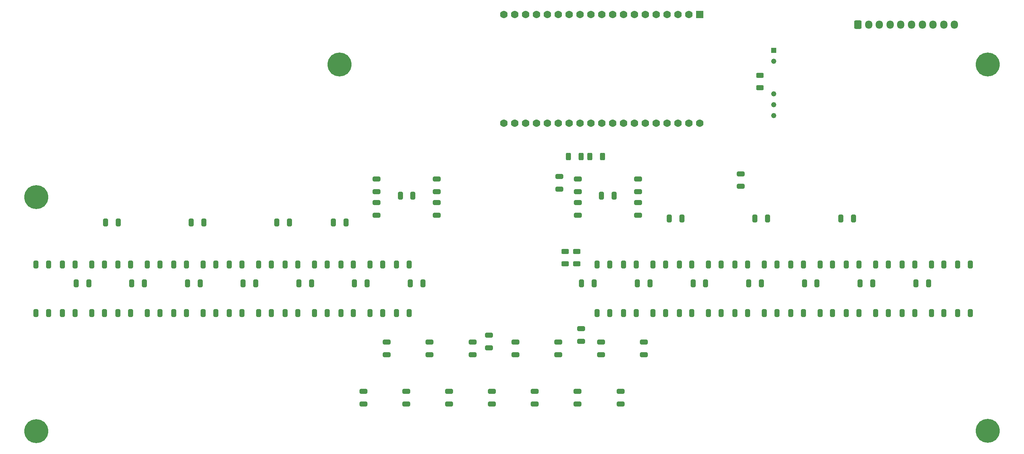
<source format=gbr>
%TF.GenerationSoftware,KiCad,Pcbnew,7.0.2*%
%TF.CreationDate,2023-11-16T12:36:53+05:30*%
%TF.ProjectId,OHM3000_V1.1_ESP,4f484d33-3030-4305-9f56-312e315f4553,rev?*%
%TF.SameCoordinates,Original*%
%TF.FileFunction,Soldermask,Bot*%
%TF.FilePolarity,Negative*%
%FSLAX46Y46*%
G04 Gerber Fmt 4.6, Leading zero omitted, Abs format (unit mm)*
G04 Created by KiCad (PCBNEW 7.0.2) date 2023-11-16 12:36:53*
%MOMM*%
%LPD*%
G01*
G04 APERTURE LIST*
G04 Aperture macros list*
%AMRoundRect*
0 Rectangle with rounded corners*
0 $1 Rounding radius*
0 $2 $3 $4 $5 $6 $7 $8 $9 X,Y pos of 4 corners*
0 Add a 4 corners polygon primitive as box body*
4,1,4,$2,$3,$4,$5,$6,$7,$8,$9,$2,$3,0*
0 Add four circle primitives for the rounded corners*
1,1,$1+$1,$2,$3*
1,1,$1+$1,$4,$5*
1,1,$1+$1,$6,$7*
1,1,$1+$1,$8,$9*
0 Add four rect primitives between the rounded corners*
20,1,$1+$1,$2,$3,$4,$5,0*
20,1,$1+$1,$4,$5,$6,$7,0*
20,1,$1+$1,$6,$7,$8,$9,0*
20,1,$1+$1,$8,$9,$2,$3,0*%
G04 Aperture macros list end*
%ADD10RoundRect,0.250000X-0.600000X-0.725000X0.600000X-0.725000X0.600000X0.725000X-0.600000X0.725000X0*%
%ADD11O,1.700000X1.950000*%
%ADD12R,1.230000X1.230000*%
%ADD13C,1.230000*%
%ADD14C,5.600000*%
%ADD15RoundRect,0.102000X-0.780000X0.780000X-0.780000X-0.780000X0.780000X-0.780000X0.780000X0.780000X0*%
%ADD16C,1.764000*%
%ADD17RoundRect,0.249999X-0.650001X0.325001X-0.650001X-0.325001X0.650001X-0.325001X0.650001X0.325001X0*%
%ADD18RoundRect,0.249999X0.650001X-0.325001X0.650001X0.325001X-0.650001X0.325001X-0.650001X-0.325001X0*%
%ADD19RoundRect,0.249999X0.325001X0.650001X-0.325001X0.650001X-0.325001X-0.650001X0.325001X-0.650001X0*%
%ADD20RoundRect,0.249999X-0.325001X-0.650001X0.325001X-0.650001X0.325001X0.650001X-0.325001X0.650001X0*%
%ADD21RoundRect,0.249998X0.312502X0.625002X-0.312502X0.625002X-0.312502X-0.625002X0.312502X-0.625002X0*%
%ADD22RoundRect,0.249998X-0.312502X-0.625002X0.312502X-0.625002X0.312502X0.625002X-0.312502X0.625002X0*%
%ADD23RoundRect,0.249998X-0.625002X0.312502X-0.625002X-0.312502X0.625002X-0.312502X0.625002X0.312502X0*%
%ADD24RoundRect,0.249998X0.625002X-0.312502X0.625002X0.312502X-0.625002X0.312502X-0.625002X-0.312502X0*%
G04 APERTURE END LIST*
D10*
%TO.C,J6*%
X151235000Y94140000D03*
D11*
X153735000Y94140000D03*
X156235000Y94140000D03*
X158735000Y94140000D03*
X161235000Y94140000D03*
X163735000Y94140000D03*
X166235000Y94140000D03*
X168735000Y94140000D03*
X171235000Y94140000D03*
X173735000Y94140000D03*
%TD*%
D12*
%TO.C,PS1*%
X131540000Y88115000D03*
D13*
X131540000Y85575000D03*
X131540000Y77955000D03*
X131540000Y75415000D03*
X131540000Y72875000D03*
%TD*%
D14*
%TO.C,H1*%
X-40540000Y53900000D03*
%TD*%
%TO.C,H2*%
X181500000Y84850000D03*
%TD*%
%TO.C,H3*%
X-40530000Y-838000D03*
%TD*%
%TO.C,H4*%
X181500000Y-780000D03*
%TD*%
%TO.C,H5*%
X30250000Y84850000D03*
%TD*%
D15*
%TO.C,U24*%
X114300000Y96520000D03*
D16*
X111760000Y96520000D03*
X109220000Y96520000D03*
X106680000Y96520000D03*
X104140000Y96520000D03*
X101600000Y96520000D03*
X99060000Y96520000D03*
X96520000Y96520000D03*
X93980000Y96520000D03*
X91440000Y96520000D03*
X88900000Y96520000D03*
X86360000Y96520000D03*
X83820000Y96520000D03*
X81280000Y96520000D03*
X78740000Y96520000D03*
X76200000Y96520000D03*
X73660000Y96520000D03*
X71120000Y96520000D03*
X68580000Y96520000D03*
X114300000Y71120000D03*
X111760000Y71120000D03*
X109220000Y71120000D03*
X106680000Y71120000D03*
X104140000Y71120000D03*
X101600000Y71120000D03*
X99060000Y71120000D03*
X96520000Y71120000D03*
X93980000Y71120000D03*
X91440000Y71120000D03*
X88900000Y71120000D03*
X86360000Y71120000D03*
X83820000Y71120000D03*
X81280000Y71120000D03*
X78740000Y71120000D03*
X76200000Y71120000D03*
X73660000Y71120000D03*
X71120000Y71120000D03*
X68580000Y71120000D03*
%TD*%
D17*
%TO.C,DC15*%
X35800000Y8475000D03*
X35800000Y5525000D03*
%TD*%
%TO.C,DC16*%
X45800000Y8475000D03*
X45800000Y5525000D03*
%TD*%
%TO.C,DC17*%
X55800000Y8475000D03*
X55800000Y5525000D03*
%TD*%
%TO.C,DC18*%
X65800000Y8475000D03*
X65800000Y5525000D03*
%TD*%
%TO.C,DC19*%
X75800000Y8475000D03*
X75800000Y5525000D03*
%TD*%
%TO.C,DC20*%
X85800000Y8475000D03*
X85800000Y5525000D03*
%TD*%
%TO.C,DC21*%
X95800000Y8475000D03*
X95800000Y5525000D03*
%TD*%
%TO.C,DC22*%
X65100000Y21625000D03*
X65100000Y18675000D03*
%TD*%
%TO.C,DC25*%
X41250000Y20025000D03*
X41250000Y17075000D03*
%TD*%
%TO.C,DC28*%
X71250000Y20025000D03*
X71250000Y17075000D03*
%TD*%
%TO.C,DC29*%
X81250000Y20025000D03*
X81250000Y17075000D03*
%TD*%
%TO.C,DC30*%
X91250000Y20025000D03*
X91250000Y17075000D03*
%TD*%
%TO.C,DC31*%
X101250000Y20025000D03*
X101250000Y17075000D03*
%TD*%
D18*
%TO.C,DC32*%
X86600000Y20150000D03*
X86600000Y23100000D03*
%TD*%
D19*
%TO.C,C1*%
X46468840Y26781760D03*
X43518840Y26781760D03*
%TD*%
%TO.C,C2*%
X46468840Y38125400D03*
X43518840Y38125400D03*
%TD*%
D20*
%TO.C,C3*%
X37361880Y38125400D03*
X40311880Y38125400D03*
%TD*%
%TO.C,C4*%
X37361880Y26781760D03*
X40311880Y26781760D03*
%TD*%
D19*
%TO.C,C5*%
X33468840Y26781760D03*
X30518840Y26781760D03*
%TD*%
%TO.C,C6*%
X33468840Y38125400D03*
X30518840Y38125400D03*
%TD*%
D20*
%TO.C,C7*%
X24361880Y38125400D03*
X27311880Y38125400D03*
%TD*%
%TO.C,C8*%
X24361880Y26781760D03*
X27311880Y26781760D03*
%TD*%
D19*
%TO.C,C9*%
X20468840Y26781760D03*
X17518840Y26781760D03*
%TD*%
D20*
%TO.C,C11*%
X11361880Y38125400D03*
X14311880Y38125400D03*
%TD*%
%TO.C,C12*%
X11361880Y26781760D03*
X14311880Y26781760D03*
%TD*%
D19*
%TO.C,C13*%
X7468840Y26781760D03*
X4518840Y26781760D03*
%TD*%
%TO.C,C14*%
X7468840Y38125400D03*
X4518840Y38125400D03*
%TD*%
D20*
%TO.C,C15*%
X-1638120Y38125400D03*
X1311880Y38125400D03*
%TD*%
%TO.C,C16*%
X-1638120Y26781760D03*
X1311880Y26781760D03*
%TD*%
D19*
%TO.C,C17*%
X-5531160Y26781760D03*
X-8481160Y26781760D03*
%TD*%
%TO.C,C18*%
X-5531160Y38125400D03*
X-8481160Y38125400D03*
%TD*%
D20*
%TO.C,C19*%
X-14638120Y38125400D03*
X-11688120Y38125400D03*
%TD*%
%TO.C,C20*%
X-14638120Y26781760D03*
X-11688120Y26781760D03*
%TD*%
D19*
%TO.C,C21*%
X-18531160Y26781760D03*
X-21481160Y26781760D03*
%TD*%
%TO.C,C22*%
X-18531160Y38125400D03*
X-21481160Y38125400D03*
%TD*%
D20*
%TO.C,C23*%
X-27638120Y38125400D03*
X-24688120Y38125400D03*
%TD*%
%TO.C,C24*%
X-27638120Y26781760D03*
X-24688120Y26781760D03*
%TD*%
D19*
%TO.C,C25*%
X-31531160Y26781760D03*
X-34481160Y26781760D03*
%TD*%
%TO.C,C26*%
X-31531160Y38125400D03*
X-34481160Y38125400D03*
%TD*%
D20*
%TO.C,C27*%
X-40638120Y38125400D03*
X-37688120Y38125400D03*
%TD*%
%TO.C,C28*%
X-40638120Y26781760D03*
X-37688120Y26781760D03*
%TD*%
%TO.C,C29*%
X90361880Y38125400D03*
X93311880Y38125400D03*
%TD*%
%TO.C,C30*%
X90361880Y26781760D03*
X93311880Y26781760D03*
%TD*%
D19*
%TO.C,C31*%
X99468840Y26781760D03*
X96518840Y26781760D03*
%TD*%
%TO.C,C32*%
X99468840Y38125400D03*
X96518840Y38125400D03*
%TD*%
D20*
%TO.C,C33*%
X103361880Y38125400D03*
X106311880Y38125400D03*
%TD*%
%TO.C,C34*%
X103361880Y26781760D03*
X106311880Y26781760D03*
%TD*%
D19*
%TO.C,C35*%
X112468840Y26781760D03*
X109518840Y26781760D03*
%TD*%
%TO.C,C36*%
X112468840Y38125400D03*
X109518840Y38125400D03*
%TD*%
D20*
%TO.C,C37*%
X116361880Y38125400D03*
X119311880Y38125400D03*
%TD*%
%TO.C,C38*%
X116361880Y26781760D03*
X119311880Y26781760D03*
%TD*%
D19*
%TO.C,C39*%
X125468840Y26781760D03*
X122518840Y26781760D03*
%TD*%
%TO.C,C40*%
X125468840Y38125400D03*
X122518840Y38125400D03*
%TD*%
D20*
%TO.C,C41*%
X129361880Y38125400D03*
X132311880Y38125400D03*
%TD*%
%TO.C,C42*%
X129361880Y26781760D03*
X132311880Y26781760D03*
%TD*%
D19*
%TO.C,C44*%
X138468840Y38125400D03*
X135518840Y38125400D03*
%TD*%
D20*
%TO.C,C45*%
X142361880Y38125400D03*
X145311880Y38125400D03*
%TD*%
%TO.C,C46*%
X142361880Y26781760D03*
X145311880Y26781760D03*
%TD*%
D19*
%TO.C,C47*%
X151468840Y26781760D03*
X148518840Y26781760D03*
%TD*%
%TO.C,C48*%
X151468840Y38125400D03*
X148518840Y38125400D03*
%TD*%
D20*
%TO.C,C49*%
X155361880Y38125400D03*
X158311880Y38125400D03*
%TD*%
%TO.C,C50*%
X155361880Y26781760D03*
X158311880Y26781760D03*
%TD*%
D19*
%TO.C,C51*%
X164468840Y26781760D03*
X161518840Y26781760D03*
%TD*%
%TO.C,C52*%
X164468840Y38125400D03*
X161518840Y38125400D03*
%TD*%
D20*
%TO.C,C53*%
X168361880Y38125400D03*
X171311880Y38125400D03*
%TD*%
%TO.C,C54*%
X168361880Y26781760D03*
X171311880Y26781760D03*
%TD*%
D19*
%TO.C,C55*%
X177468840Y26781760D03*
X174518840Y26781760D03*
%TD*%
%TO.C,C56*%
X177468840Y38125400D03*
X174518840Y38125400D03*
%TD*%
D20*
%TO.C,DC2*%
X33725000Y33725000D03*
X36675000Y33725000D03*
%TD*%
%TO.C,DC3*%
X20725000Y33725000D03*
X23675000Y33725000D03*
%TD*%
%TO.C,DC4*%
X7725000Y33725000D03*
X10675000Y33725000D03*
%TD*%
%TO.C,DC5*%
X-5275000Y33725000D03*
X-2325000Y33725000D03*
%TD*%
%TO.C,DC6*%
X-18275000Y33725000D03*
X-15325000Y33725000D03*
%TD*%
%TO.C,DC7*%
X-31275000Y33725000D03*
X-28325000Y33725000D03*
%TD*%
D19*
%TO.C,DC8*%
X89675000Y33725000D03*
X86725000Y33725000D03*
%TD*%
%TO.C,DC9*%
X102675000Y33725000D03*
X99725000Y33725000D03*
%TD*%
%TO.C,DC10*%
X115675000Y33725000D03*
X112725000Y33725000D03*
%TD*%
%TO.C,DC11*%
X128675000Y33725000D03*
X125725000Y33725000D03*
%TD*%
%TO.C,DC12*%
X141675000Y33725000D03*
X138725000Y33725000D03*
%TD*%
%TO.C,DC13*%
X154675000Y33725000D03*
X151725000Y33725000D03*
%TD*%
%TO.C,DC14*%
X167675000Y33725000D03*
X164725000Y33725000D03*
%TD*%
%TO.C,DC38*%
X-1450000Y47925000D03*
X-4400000Y47925000D03*
%TD*%
D20*
%TO.C,DC40*%
X107200000Y48900000D03*
X110150000Y48900000D03*
%TD*%
%TO.C,DC41*%
X127200000Y48900000D03*
X130150000Y48900000D03*
%TD*%
%TO.C,DC42*%
X147200000Y48900000D03*
X150150000Y48900000D03*
%TD*%
%TO.C,DC43*%
X91325000Y54175000D03*
X94275000Y54175000D03*
%TD*%
D21*
%TO.C,R65*%
X91562500Y63325000D03*
X88637500Y63325000D03*
%TD*%
D22*
%TO.C,R66*%
X83637500Y63325000D03*
X86562500Y63325000D03*
%TD*%
D23*
%TO.C,R69*%
X85550000Y41187500D03*
X85550000Y38262500D03*
%TD*%
%TO.C,R70*%
X82900000Y41187500D03*
X82900000Y38262500D03*
%TD*%
D19*
%TO.C,C43*%
X138468840Y26781760D03*
X135518840Y26781760D03*
%TD*%
%TO.C,C10*%
X20468840Y38125400D03*
X17518840Y38125400D03*
%TD*%
D17*
%TO.C,DC26*%
X51250000Y20025000D03*
X51250000Y17075000D03*
%TD*%
%TO.C,DC27*%
X61250000Y20025000D03*
X61250000Y17075000D03*
%TD*%
D20*
%TO.C,DC1*%
X46725000Y33725000D03*
X49675000Y33725000D03*
%TD*%
D19*
%TO.C,DC36*%
X31725000Y47900000D03*
X28775000Y47900000D03*
%TD*%
%TO.C,DC37*%
X18550000Y47925000D03*
X15600000Y47925000D03*
%TD*%
%TO.C,DC39*%
X-21450000Y47925000D03*
X-24400000Y47925000D03*
%TD*%
D17*
%TO.C,C57*%
X38875000Y58075000D03*
X38875000Y55125000D03*
%TD*%
%TO.C,C58*%
X85875000Y58075000D03*
X85875000Y55125000D03*
%TD*%
%TO.C,C59*%
X38875000Y52575000D03*
X38875000Y49625000D03*
%TD*%
%TO.C,C60*%
X85875000Y52575000D03*
X85875000Y49625000D03*
%TD*%
%TO.C,C61*%
X52875000Y52575000D03*
X52875000Y49625000D03*
%TD*%
%TO.C,C62*%
X99875000Y52575000D03*
X99875000Y49625000D03*
%TD*%
%TO.C,C63*%
X52875000Y58075000D03*
X52875000Y55125000D03*
%TD*%
%TO.C,C64*%
X99875000Y58075000D03*
X99875000Y55125000D03*
%TD*%
%TO.C,DC46*%
X81500000Y58700000D03*
X81500000Y55750000D03*
%TD*%
D20*
%TO.C,DC44*%
X44400000Y54175000D03*
X47350000Y54175000D03*
%TD*%
D18*
%TO.C,DC50*%
X123875000Y56375000D03*
X123875000Y59325000D03*
%TD*%
D24*
%TO.C,R73*%
X128385000Y79402500D03*
X128385000Y82327500D03*
%TD*%
M02*

</source>
